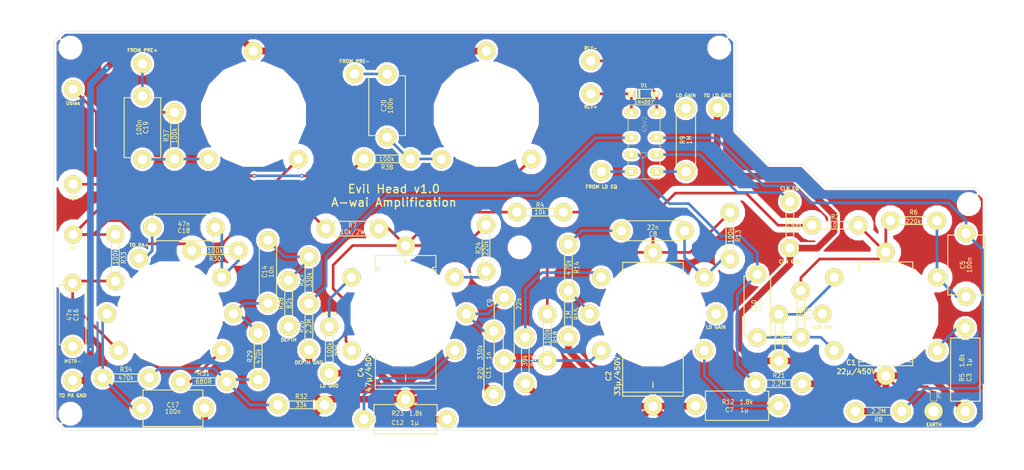
<source format=kicad_pcb>
(kicad_pcb (version 4) (host pcbnew 4.0.4+dfsg1-stable)
  (layers (0 F.Cu signal) (31 B.Cu signal) (34 B.Paste user) (35 F.Paste user) (36 B.SilkS user) (37 F.SilkS user) (38 B.Mask user) (39 F.Mask user) (44 Edge.Cuts user))
  (net 0 "")
  (net 1 F+)
  (net 2 GND)
  (net 3 E+)
  (net 4 D+)
  (net 5 /HT_U1A)
  (net 6 "Net-(C5-Pad2)")
  (net 7 /HT_U2A)
  (net 8 "Net-(C8-Pad2)")
  (net 9 /HT_U2B)
  (net 10 "Net-(C11-Pad1)")
  (net 11 /HT_U1B)
  (net 12 "Net-(C10-Pad2)")
  (net 13 "Net-(C14-Pad1)")
  (net 14 "Net-(C14-Pad2)")
  (net 15 /HT_U4B)
  (net 16 "Net-(C16-Pad2)")
  (net 17 "Net-(C17-Pad1)")
  (net 18 /HT_U4A)
  (net 19 "Net-(C18-Pad2)")
  (net 20 "Net-(C19-Pad1)")
  (net 21 "Net-(C19-Pad2)")
  (net 22 "Net-(C20-Pad1)")
  (net 23 "Net-(C20-Pad2)")
  (net 24 "Net-(D1-Pad1)")
  (net 25 "Net-(D1-Pad2)")
  (net 26 "Net-(C6-Pad1)")
  (net 27 "Net-(K1-Pad11)")
  (net 28 "Net-(K1-Pad8)")
  (net 29 "Net-(K1-Pad4)")
  (net 30 C+)
  (net 31 "Net-(C6-Pad2)")
  (net 32 "Net-(P7-Pad1)")
  (net 33 /HT_G2)
  (net 34 "Net-(P12-Pad1)")
  (net 35 "Net-(C3-Pad1)")
  (net 36 "Net-(C7-Pad1)")
  (net 37 "Net-(R14-Pad2)")
  (net 38 "Net-(R16-Pad1)")
  (net 39 "Net-(R17-Pad1)")
  (net 40 "Net-(C12-Pad1)")
  (net 41 /HT_U3A)
  (net 42 /HT_U3B)
  (net 43 "Net-(R29-Pad1)")
  (net 44 "Net-(R31-Pad1)")
  (net 45 Earth)
  (module A-wai_Turrets:R_0.5W (layer F.Cu) (at 146.685 188.849 270)
    (fp_text reference R26 (at 0 2.286 270) (layer F.SilkS) (effects (font (size 1.397 1.27) (thickness 0.2032))))
    (fp_text value 2.2M (at -0.127 0 270) (layer F.SilkS) (effects (font (size 1.397 1.27) (thickness 0.2032))))
    (pad 1 thru_hole circle (at -7 0 270) (size 5.5 5.5) (drill 2.8) (layers *.Cu *.Mask F.SilkS) (net 29 "Net-(K1-Pad4)"))
    (pad 2 thru_hole circle (at 7 0 270) (size 5.5 5.5) (drill 2.8) (layers *.Cu *.Mask F.SilkS) (net 2 GND))
  )
  (module Mounting_Holes:MountingHole_3mm (layer F.Cu) (at 210 165)
    (fp_text reference REF hide)
    (fp_text value ø3.2)
    (pad "" np_thru_hole circle (at 0 0) (size 3.2 3.2) (drill 3.2) (layers *.Cu F.SilkS) (clearance 2))
  )
  (module Mounting_Holes:MountingHole_3mm (layer F.Cu) (at 345 152)
    (fp_text reference REF hide)
    (fp_text value ø3.2)
    (pad "" np_thru_hole circle (at 0 0) (size 3.2 3.2) (drill 3.2) (layers *.Cu F.SilkS) (clearance 2))
  )
  (module Mounting_Holes:MountingHole_3mm (layer F.Cu) (at 270 105)
    (fp_text reference REF hide)
    (fp_text value ø3.2)
    (pad "" np_thru_hole circle (at 0 0) (size 3.2 3.2) (drill 3.2) (layers *.Cu F.SilkS) (clearance 2))
  )
  (module Mounting_Holes:MountingHole_3mm (layer F.Cu) (at 75 105)
    (fp_text reference REF hide)
    (fp_text value ø3.2)
    (pad "" np_thru_hole circle (at 0 0) (size 3.2 3.2) (drill 3.2) (layers *.Cu F.SilkS) (clearance 2))
  )
  (module Mounting_Holes:MountingHole_3mm (layer F.Cu) (at 75 215)
    (fp_text reference REF hide)
    (fp_text value ø3.2)
    (pad "" np_thru_hole circle (at 0 0) (size 3.2 3.2) (drill 3.2) (layers *.Cu F.SilkS) (clearance 2))
  )
  (module A-wai_Turrets:C_225P_472_400V (layer F.Cu) (at 259.969 132.74 90)
    (fp_text reference R9 (at 0 -1 90) (layer F.SilkS) (effects (font (size 1.397 1.27) (thickness 0.2032))))
    (fp_text value 1M (at 0 1 90) (layer F.SilkS) (effects (font (size 1.397 1.27) (thickness 0.2032))))
    (pad 1 thru_hole circle (at -9.5 0 90) (size 5.5 5.5) (drill 2.8) (layers *.Cu *.Mask F.SilkS) (net 26 "Net-(C6-Pad1)") (clearance 0.5))
    (pad 2 thru_hole circle (at 9.5 0 90) (size 5.5 5.5) (drill 2.8) (layers *.Cu *.Mask F.SilkS) (net 31 "Net-(C6-Pad2)") (clearance 0.5))
  )
  (module A-wai_Turrets:C_M150_105_100V (layer F.Cu) (at 343.916 201.749 270)
    (fp_text reference R5 (at 2.34 1.016 270) (layer F.SilkS) (effects (font (size 1.397 1.27) (thickness 0.2032))))
    (fp_text value 1.8k (at -2.74 1.016 270) (layer F.SilkS) (effects (font (size 1.397 1.27) (thickness 0.2032))))
    (pad 1 thru_hole circle (at -12.5 0 270) (size 5.5 5.5) (drill 2.8) (layers *.Cu *.Mask F.SilkS) (net 35 "Net-(C3-Pad1)") (clearance 0.5))
    (pad 2 thru_hole circle (at 12.5 0 270) (size 5.5 5.5) (drill 2.8) (layers *.Cu *.Mask F.SilkS) (net 2 GND) (clearance 0.5))
  )
  (module A-wai_Turrets:C_M150_105_100V (layer F.Cu) (at 275.336 212.598 180)
    (fp_text reference R12 (at 2.667 1.143 180) (layer F.SilkS) (effects (font (size 1.397 1.27) (thickness 0.2032))))
    (fp_text value 1.8k (at -2.794 1.143 180) (layer F.SilkS) (effects (font (size 1.397 1.27) (thickness 0.2032))))
    (pad 1 thru_hole circle (at -12.5 0 180) (size 5.5 5.5) (drill 2.8) (layers *.Cu *.Mask F.SilkS) (net 36 "Net-(C7-Pad1)") (clearance 0.5))
    (pad 2 thru_hole circle (at 12.5 0 180) (size 5.5 5.5) (drill 2.8) (layers *.Cu *.Mask F.SilkS) (net 2 GND) (clearance 0.5))
  )
  (module A-wai_Turrets:C_M150_105_100V (layer F.Cu) (at 175.714 216.662)
    (fp_text reference R23 (at -2.359 -1.778) (layer F.SilkS) (effects (font (size 1.397 1.27) (thickness 0.2032))))
    (fp_text value 1.8k (at 3.102 -1.778) (layer F.SilkS) (effects (font (size 1.397 1.27) (thickness 0.2032))))
    (pad 1 thru_hole circle (at -12.5 0) (size 5.5 5.5) (drill 2.8) (layers *.Cu *.Mask F.SilkS) (net 40 "Net-(C12-Pad1)") (clearance 0.5))
    (pad 2 thru_hole circle (at 12.5 0) (size 5.5 5.5) (drill 2.8) (layers *.Cu *.Mask F.SilkS) (net 2 GND) (clearance 0.5))
  )
  (module A-wai_Turrets:C_225P_472_400V (layer F.Cu) (at 202.184 199.644 270)
    (fp_text reference R20 (at 3.175 3.937 270) (layer F.SilkS) (effects (font (size 1.397 1.27) (thickness 0.2032))))
    (fp_text value 330k (at -3.048 4.064 270) (layer F.SilkS) (effects (font (size 1.397 1.27) (thickness 0.2032))))
    (pad 1 thru_hole circle (at -9.5 0 270) (size 5.5 5.5) (drill 2.8) (layers *.Cu *.Mask F.SilkS) (net 10 "Net-(C11-Pad1)") (clearance 0.5))
    (pad 2 thru_hole circle (at 9.5 0 270) (size 5.5 5.5) (drill 2.8) (layers *.Cu *.Mask F.SilkS) (net 2 GND) (clearance 0.5))
  )
  (module A-wai_Turrets:C_225P_223_400V (layer F.Cu) (at 250.063 160.02 180)
    (fp_text reference C8 (at 0 -1 180) (layer F.SilkS) (effects (font (size 1.397 1.27) (thickness 0.2032))))
    (fp_text value 22n (at 0 1 180) (layer F.SilkS) (effects (font (size 1.397 1.27) (thickness 0.2032))))
    (pad 1 thru_hole circle (at -9.5 0 180) (size 5.5 5.5) (drill 2.8) (layers *.Cu *.Mask F.SilkS) (net 7 /HT_U2A))
    (pad 2 thru_hole circle (at 9.5 0 180) (size 5.5 5.5) (drill 2.8) (layers *.Cu *.Mask F.SilkS) (net 8 "Net-(C8-Pad2)"))
  )
  (module A-wai_Turrets:C_225P_473_400V (layer F.Cu) (at 109.093 159.004 180)
    (fp_text reference C18 (at 0 -1 180) (layer F.SilkS) (effects (font (size 1.397 1.27) (thickness 0.2032))))
    (fp_text value 47n (at 0 1 180) (layer F.SilkS) (effects (font (size 1.397 1.27) (thickness 0.2032))))
    (pad 1 thru_hole circle (at -9.5 0 180) (size 5.5 5.5) (drill 2.8) (layers *.Cu *.Mask F.SilkS) (net 18 /HT_U4A))
    (pad 2 thru_hole circle (at 9.5 0 180) (size 5.5 5.5) (drill 2.8) (layers *.Cu *.Mask F.SilkS) (net 19 "Net-(C18-Pad2)") (clearance 0.5))
  )
  (module A-wai_Turrets:C_225P_473_400V (layer F.Cu) (at 281.432 182.626 90)
    (fp_text reference C10 (at 0 -1 90) (layer F.SilkS) (effects (font (size 1.397 1.27) (thickness 0.2032))))
    (fp_text value 47n (at 0 1 90) (layer F.SilkS) (effects (font (size 1.397 1.27) (thickness 0.2032))))
    (pad 1 thru_hole circle (at -9.5 0 90) (size 5.5 5.5) (drill 2.8) (layers *.Cu *.Mask F.SilkS) (net 11 /HT_U1B))
    (pad 2 thru_hole circle (at 9.5 0 90) (size 5.5 5.5) (drill 2.8) (layers *.Cu *.Mask F.SilkS) (net 12 "Net-(C10-Pad2)") (clearance 0.5))
  )
  (module A-wai_Turrets:C_225P_104_400V (layer F.Cu) (at 170.18 122.428 90)
    (fp_text reference C20 (at 0 -1 90) (layer F.SilkS) (effects (font (size 1.397 1.27) (thickness 0.2032))))
    (fp_text value 100n (at 0 1 90) (layer F.SilkS) (effects (font (size 1.397 1.27) (thickness 0.2032))))
    (pad 1 thru_hole circle (at -9.5 0 90) (size 5.5 5.5) (drill 2.8) (layers *.Cu *.Mask F.SilkS) (net 22 "Net-(C20-Pad1)") (clearance 0.5))
    (pad 2 thru_hole circle (at 9.5 0 90) (size 5.5 5.5) (drill 2.8) (layers *.Cu *.Mask F.SilkS) (net 23 "Net-(C20-Pad2)") (clearance 0.5))
  )
  (module A-wai_Turrets:C_225P_104_400V (layer F.Cu) (at 96.647 129.032 270)
    (fp_text reference C19 (at 0 -1 270) (layer F.SilkS) (effects (font (size 1.397 1.27) (thickness 0.2032))))
    (fp_text value 100n (at 0 1 270) (layer F.SilkS) (effects (font (size 1.397 1.27) (thickness 0.2032))))
    (pad 1 thru_hole circle (at -9.5 0 270) (size 5.5 5.5) (drill 2.8) (layers *.Cu *.Mask F.SilkS) (net 20 "Net-(C19-Pad1)") (clearance 0.5))
    (pad 2 thru_hole circle (at 9.5 0 270) (size 5.5 5.5) (drill 2.8) (layers *.Cu *.Mask F.SilkS) (net 21 "Net-(C19-Pad2)") (clearance 0.5))
  )
  (module A-wai_Turrets:C_225P_473_400V (layer F.Cu) (at 75.692 185.293 270)
    (fp_text reference C16 (at 0 -1 270) (layer F.SilkS) (effects (font (size 1.397 1.27) (thickness 0.2032))))
    (fp_text value 47n (at 0 1 270) (layer F.SilkS) (effects (font (size 1.397 1.27) (thickness 0.2032))))
    (pad 1 thru_hole circle (at -9.5 0 270) (size 5.5 5.5) (drill 2.8) (layers *.Cu *.Mask F.SilkS) (net 15 /HT_U4B))
    (pad 2 thru_hole circle (at 9.5 0 270) (size 5.5 5.5) (drill 2.8) (layers *.Cu *.Mask F.SilkS) (net 16 "Net-(C16-Pad2)") (clearance 0.5))
  )
  (module A-wai_Turrets:C_225P_104_400V (layer F.Cu) (at 105.816 213.36)
    (fp_text reference C17 (at 0 -1) (layer F.SilkS) (effects (font (size 1.397 1.27) (thickness 0.2032))))
    (fp_text value 100n (at 0 1) (layer F.SilkS) (effects (font (size 1.397 1.27) (thickness 0.2032))))
    (pad 1 thru_hole circle (at -9.5 0) (size 5.5 5.5) (drill 2.8) (layers *.Cu *.Mask F.SilkS) (net 17 "Net-(C17-Pad1)") (clearance 0.5))
    (pad 2 thru_hole circle (at 9.5 0) (size 5.5 5.5) (drill 2.8) (layers *.Cu *.Mask F.SilkS) (net 2 GND) (clearance 0.5))
  )
  (module A-wai_Turrets:C_225P_103_400V (layer F.Cu) (at 134.366 172.339 270)
    (fp_text reference C14 (at 0 1.016 270) (layer F.SilkS) (effects (font (size 1.397 1.27) (thickness 0.2032))))
    (fp_text value 10n (at 0 -1.016 270) (layer F.SilkS) (effects (font (size 1.397 1.27) (thickness 0.2032))))
    (pad 1 thru_hole circle (at -9.5 0 270) (size 5.5 5.5) (drill 2.8) (layers *.Cu *.Mask F.SilkS) (net 13 "Net-(C14-Pad1)") (clearance 0.5))
    (pad 2 thru_hole circle (at 9.5 0 270) (size 5.5 5.5) (drill 2.8) (layers *.Cu *.Mask F.SilkS) (net 14 "Net-(C14-Pad2)") (clearance 0.5))
  )
  (module A-wai_Turrets:TURRET (layer F.Cu) (at 334.391 214.249)
    (fp_text reference P14)
    (fp_text value EARTH (at 0.127 4.064) (layer F.SilkS) (effects (font (size 1.016 1.016) (thickness 0.254))))
    (pad 1 thru_hole circle (at 0 0) (size 5.5 5.5) (drill 3.2) (layers *.Cu *.Mask F.SilkS) (net 45 Earth) (clearance 0.5))
  )
  (module A-wai_Turrets:C_225P_104_400V (layer F.Cu) (at 344.17 170.307 90)
    (fp_text reference C5 (at 0 -1 90) (layer F.SilkS) (effects (font (size 1.397 1.27) (thickness 0.2032))))
    (fp_text value 100n (at 0 1 90) (layer F.SilkS) (effects (font (size 1.397 1.27) (thickness 0.2032))))
    (pad 1 thru_hole circle (at -9.5 0 90) (size 5.5 5.5) (drill 2.8) (layers *.Cu *.Mask F.SilkS) (net 5 /HT_U1A))
    (pad 2 thru_hole circle (at 9.5 0 90) (size 5.5 5.5) (drill 2.8) (layers *.Cu *.Mask F.SilkS) (net 6 "Net-(C5-Pad2)") (clearance 0.5))
  )
  (module A-wai_Turrets:C_225P_223_400V (layer F.Cu) (at 205.359 189.611 90)
    (fp_text reference C9 (at 7.874 -4.318 90) (layer F.SilkS) (effects (font (size 1.397 1.27) (thickness 0.2032))))
    (fp_text value 22n (at 7.62 4.445 90) (layer F.SilkS) (effects (font (size 1.397 1.27) (thickness 0.2032))))
    (pad 1 thru_hole circle (at -9.5 0 90) (size 5.5 5.5) (drill 2.8) (layers *.Cu *.Mask F.SilkS) (net 9 /HT_U2B) (clearance 0.5))
    (pad 2 thru_hole circle (at 9.5 0 90) (size 5.5 5.5) (drill 2.8) (layers *.Cu *.Mask F.SilkS) (net 10 "Net-(C11-Pad1)") (clearance 0.5))
  )
  (module A-wai_Turrets:R_2W (layer F.Cu) (at 159.766 159.385)
    (fp_text reference R7 (at 0 -1) (layer F.SilkS) (effects (font (size 1.397 1.27) (thickness 0.2032))))
    (fp_text value 10k/2W (at 0 1) (layer F.SilkS) (effects (font (size 1.397 1.27) (thickness 0.2032))))
    (pad 1 thru_hole circle (at -8 0) (size 5.5 5.5) (drill 2.8) (layers *.Cu *.Mask F.SilkS) (net 30 C+))
    (pad 2 thru_hole circle (at 8 0) (size 5.5 5.5) (drill 2.8) (layers *.Cu *.Mask F.SilkS) (net 4 D+))
  )
  (module A-wai_Turrets:TUBE_TRIODE (layer F.Cu) (at 105 185)
    (fp_text reference U4)
    (fp_text value ECC83)
    (pad 2 thru_hole circle (at -19 0) (size 5.5 5.5) (drill 2.8) (layers *.Cu *.Mask F.SilkS) (net 17 "Net-(C17-Pad1)") (clearance 0.5))
    (pad 8 thru_hole circle (at 15.5 11) (size 5.5 5.5) (drill 2.8) (layers *.Cu *.Mask F.SilkS) (net 44 "Net-(R31-Pad1)") (clearance 0.5))
    (pad "" np_thru_hole circle (at 0 0) (size 30 30) (drill 30) (layers *.Cu *.Mask F.SilkS))
    (pad 1 thru_hole circle (at -15.5 11) (size 5.5 5.5) (drill 2.8) (layers *.Cu *.Mask F.SilkS) (net 15 /HT_U4B))
    (pad 6 thru_hole circle (at 15.5 -11) (size 5.5 5.5) (drill 2.8) (layers *.Cu *.Mask F.SilkS) (net 18 /HT_U4A))
    (pad 7 thru_hole circle (at 19 0) (size 5.5 5.5) (drill 2.8) (layers *.Cu *.Mask F.SilkS) (net 14 "Net-(C14-Pad2)"))
  )
  (module A-wai_Turrets:R_0.5W (layer F.Cu) (at 170.18 138.43 180)
    (fp_text reference R38 (at 0 -2.5 180) (layer F.SilkS) (effects (font (size 1.397 1.27) (thickness 0.2032))))
    (fp_text value 100k (at 0.127 0 180) (layer F.SilkS) (effects (font (size 1.397 1.27) (thickness 0.2032))))
    (pad 1 thru_hole circle (at -7 0 180) (size 5.5 5.5) (drill 2.8) (layers *.Cu *.Mask F.SilkS) (net 22 "Net-(C20-Pad1)"))
    (pad 2 thru_hole circle (at 7 0 180) (size 5.5 5.5) (drill 2.8) (layers *.Cu *.Mask F.SilkS) (net 34 "Net-(P12-Pad1)"))
  )
  (module A-wai_Turrets:TUBE_TRIODE (layer F.Cu) (at 175 185)
    (fp_text reference U3)
    (fp_text value ECC83)
    (pad 3 thru_hole circle (at -15.5 -11) (size 5.5 5.5) (drill 2.8) (layers *.Cu *.Mask F.SilkS) (net 42 /HT_U3B))
    (pad 8 thru_hole circle (at 15.5 11) (size 5.5 5.5) (drill 2.8) (layers *.Cu *.Mask F.SilkS) (net 40 "Net-(C12-Pad1)") (clearance 0.5))
    (pad "" np_thru_hole circle (at 0 0) (size 30 30) (drill 30) (layers *.Cu *.Mask F.SilkS))
    (pad 1 thru_hole circle (at -15.5 11) (size 5.5 5.5) (drill 2.8) (layers *.Cu *.Mask F.SilkS) (net 4 D+))
    (pad 6 thru_hole circle (at 15.5 -11) (size 5.5 5.5) (drill 2.8) (layers *.Cu *.Mask F.SilkS) (net 41 /HT_U3A))
    (pad 7 thru_hole circle (at 19 0) (size 5.5 5.5) (drill 2.8) (layers *.Cu *.Mask F.SilkS) (net 10 "Net-(C11-Pad1)"))
  )
  (module A-wai_Turrets:TUBE_TRIODE (layer F.Cu) (at 320 185)
    (fp_text reference U1)
    (fp_text value ECC83)
    (pad 3 thru_hole circle (at -15.5 -11) (size 5.5 5.5) (drill 2.8) (layers *.Cu *.Mask F.SilkS) (net 39 "Net-(R17-Pad1)") (clearance 0.5))
    (pad 2 thru_hole circle (at -19 0) (size 5.5 5.5) (drill 2.8) (layers *.Cu *.Mask F.SilkS) (clearance 0.5))
    (pad 8 thru_hole circle (at 15.5 11) (size 5.5 5.5) (drill 2.8) (layers *.Cu *.Mask F.SilkS) (net 35 "Net-(C3-Pad1)") (clearance 0.5))
    (pad "" np_thru_hole circle (at 0 0) (size 30 30) (drill 30) (layers *.Cu *.Mask F.SilkS))
    (pad 1 thru_hole circle (at -15.5 11) (size 5.5 5.5) (drill 2.8) (layers *.Cu *.Mask F.SilkS) (net 11 /HT_U1B))
    (pad 6 thru_hole circle (at 15.5 -11) (size 5.5 5.5) (drill 2.8) (layers *.Cu *.Mask F.SilkS) (net 5 /HT_U1A))
  )
  (module A-wai_Turrets:CPA_22uF_450V (layer F.Cu) (at 320.04 184.381 90)
    (fp_text reference C1 (at -15.263 -10.414 180) (layer F.SilkS) (effects (font (thickness 0.3048))))
    (fp_text value 22µ/450V (at -17.93 -8.89 180) (layer F.SilkS) (effects (font (thickness 0.3048))))
    (pad 1 thru_hole circle (at 18 0 90) (size 5.5 5.5) (drill 2.8) (layers *.Cu *.Mask F.SilkS) (net 1 F+))
    (pad 2 thru_hole circle (at -19.2 0 90) (size 5.5 5.5) (drill 2.8) (layers *.Cu *.Mask F.SilkS) (net 2 GND) (clearance 0.5))
  )
  (module A-wai_Turrets:CPA_33uF_500V (layer F.Cu) (at 250.063 189.025 90)
    (fp_text reference C2 (at -14.683 -13.335 90) (layer F.SilkS) (effects (font (thickness 0.3048))))
    (fp_text value 33µ/450V (at -14.683 -10.668 90) (layer F.SilkS) (effects (font (thickness 0.3048))))
    (pad 1 thru_hole circle (at 22.5 0 90) (size 5.5 5.5) (drill 2.8) (layers *.Cu *.Mask F.SilkS) (net 3 E+))
    (pad 2 thru_hole circle (at -23.7 0 90) (size 5.5 5.5) (drill 2.8) (layers *.Cu *.Mask F.SilkS) (net 2 GND) (clearance 0.5))
  )
  (module A-wai_Turrets:CPA_47uF_450V (layer F.Cu) (at 175.7426 186.965 90)
    (fp_text reference C4 (at -15.6 -13.4366 90) (layer F.SilkS) (effects (font (thickness 0.3048))))
    (fp_text value 47µ/450V (at -15.6 -11.1506 270) (layer F.SilkS) (effects (font (thickness 0.3048))))
    (pad 1 thru_hole circle (at 22.5 0 90) (size 5.5 5.5) (drill 2.8) (layers *.Cu *.Mask F.SilkS) (net 4 D+))
    (pad 2 thru_hole circle (at -23.7 0 90) (size 5.5 5.5) (drill 2.8) (layers *.Cu *.Mask F.SilkS) (net 2 GND) (clearance 0.5))
  )
  (module A-wai_Passive:DIODE (layer F.Cu) (at 247.396 118.872 180)
    (fp_text reference D1 (at 0 2.54 180) (layer F.SilkS) (effects (font (size 1.016 1.016) (thickness 0.2032))))
    (fp_text value 1N4007 (at 0 -2.54 180) (layer F.SilkS) (effects (font (size 1.016 1.016) (thickness 0.2032))))
    (pad 1 thru_hole rect (at 3.81 0 180) (size 2 2) (drill 0.8) (layers *.Cu *.Mask F.SilkS) (net 24 "Net-(D1-Pad1)") (clearance 0.5))
    (pad 2 thru_hole circle (at -3.81 0 180) (size 2 2) (drill 0.8) (layers *.Cu *.Mask F.SilkS) (net 25 "Net-(D1-Pad2)") (clearance 0.5))
  )
  (module A-wai_Misc:relay-G5V2 (layer F.Cu) (at 247.396 132.08 90)
    (fp_text reference K1 (at -5.08 0 90) (layer F.SilkS) (effects (font (size 1.27 1.27) (thickness 0.0889))))
    (fp_text value G5V2 (at 4.064 0.127 90) (layer F.SilkS) (effects (font (size 1.27 1.27) (thickness 0.0889))))
    (pad 9 thru_hole oval (at -10.16 3.81 90) (size 2.5 4) (drill 1.2) (layers *.Cu *.Mask F.SilkS) (net 26 "Net-(C6-Pad1)"))
    (pad 11 thru_hole oval (at -5.08 3.81 90) (size 2.5 4) (drill 1.2) (layers *.Cu *.Mask F.SilkS) (net 27 "Net-(K1-Pad11)"))
    (pad 16 thru_hole oval (at 7.62 3.81 90) (size 2.5 4) (drill 1.2) (layers *.Cu *.Mask F.SilkS) (net 25 "Net-(D1-Pad2)"))
    (pad 1 thru_hole oval (at 7.62 -3.81 90) (size 2.5 4) (drill 1.2) (layers *.Cu *.Mask F.SilkS) (net 24 "Net-(D1-Pad1)"))
    (pad 6 thru_hole oval (at -5.08 -3.81 90) (size 2.5 4) (drill 1.2) (layers *.Cu *.Mask F.SilkS) (net 12 "Net-(C10-Pad2)"))
    (pad 8 thru_hole oval (at -10.16 -3.81 90) (size 2.5 4) (drill 1.2) (layers *.Cu *.Mask F.SilkS) (net 28 "Net-(K1-Pad8)"))
    (pad 4 thru_hole oval (at 0 -3.81 90) (size 2.5 4) (drill 1.2) (layers *.Cu *.Mask F.SilkS) (net 29 "Net-(K1-Pad4)"))
    (pad 13 thru_hole oval (at 0 3.81 90) (size 2.5 4) (drill 1.2) (layers *.Cu *.Mask F.SilkS) (net 6 "Net-(C5-Pad2)"))
  )
  (module A-wai_Turrets:TURRET (layer F.Cu) (at 231.394 118.872)
    (fp_text reference P1)
    (fp_text value RLY+ (at 0 3.937) (layer F.SilkS) (effects (font (size 1.016 1.016) (thickness 0.254))))
    (pad 1 thru_hole circle (at 0 0) (size 5.5 5.5) (drill 2.8) (layers *.Cu *.Mask F.SilkS) (net 24 "Net-(D1-Pad1)") (clearance 0.5))
  )
  (module A-wai_Turrets:TURRET (layer F.Cu) (at 231.394 108.966)
    (fp_text reference P2)
    (fp_text value RLY- (at 0 -3.81) (layer F.SilkS) (effects (font (size 1.016 1.016) (thickness 0.254))))
    (pad 1 thru_hole circle (at 0 0) (size 5.5 5.5) (drill 2.8) (layers *.Cu *.Mask F.SilkS) (net 25 "Net-(D1-Pad2)") (clearance 0.5))
  )
  (module A-wai_Turrets:TURRET (layer F.Cu) (at 75.819 161.163)
    (fp_text reference P3)
    (fp_text value HT (at 0 4.064) (layer F.SilkS) (effects (font (size 1.016 1.016) (thickness 0.254))))
    (pad 1 thru_hole circle (at 0 0) (size 5.5 5.5) (drill 2.8) (layers *.Cu *.Mask F.SilkS) (net 30 C+))
  )
  (module A-wai_Turrets:TURRET (layer F.Cu) (at 234.569 142.24)
    (fp_text reference P6)
    (fp_text value "FROM LD EQ" (at 0 4.572) (layer F.SilkS) (effects (font (size 1.016 1.016) (thickness 0.254))))
    (pad 1 thru_hole circle (at 0 0) (size 5.5 5.5) (drill 2.8) (layers *.Cu *.Mask F.SilkS) (net 28 "Net-(K1-Pad8)") (clearance 0.5))
  )
  (module A-wai_Turrets:TURRET (layer F.Cu) (at 95.631 168.275)
    (fp_text reference P9)
    (fp_text value "TO PA+" (at 0 -3.937) (layer F.SilkS) (effects (font (size 1.016 1.016) (thickness 0.254))))
    (pad 1 thru_hole circle (at 0 0) (size 5.5 5.5) (drill 2.8) (layers *.Cu *.Mask F.SilkS) (net 19 "Net-(C18-Pad2)") (clearance 0.5))
  )
  (module A-wai_Turrets:TURRET (layer F.Cu) (at 96.647 109.855)
    (fp_text reference P10)
    (fp_text value "FROM PRE+" (at 0 -4.064) (layer F.SilkS) (effects (font (size 1.016 1.016) (thickness 0.254))))
    (pad 1 thru_hole circle (at 0 0) (size 5.5 5.5) (drill 2.8) (layers *.Cu *.Mask F.SilkS) (net 20 "Net-(C19-Pad1)") (clearance 0.5))
  )
  (module A-wai_Turrets:TURRET (layer F.Cu) (at 75.819 146.05)
    (fp_text reference P11)
    (fp_text value Ug2 (at 0 3.937) (layer F.SilkS) (effects (font (size 1.016 1.016) (thickness 0.254))))
    (pad 1 thru_hole circle (at 0 0) (size 5.5 5.5) (drill 2.8) (layers *.Cu *.Mask F.SilkS) (net 33 /HT_G2))
  )
  (module A-wai_Turrets:TURRET (layer F.Cu) (at 75.819 117.475)
    (fp_text reference P12)
    (fp_text value Ubias (at 0 4.191) (layer F.SilkS) (effects (font (size 1.016 1.016) (thickness 0.254))))
    (pad 1 thru_hole circle (at 0 0) (size 5.5 5.5) (drill 2.8) (layers *.Cu *.Mask F.SilkS) (net 34 "Net-(P12-Pad1)") (clearance 0.5))
  )
  (module A-wai_Turrets:TURRET (layer F.Cu) (at 160.401 112.903)
    (fp_text reference P13)
    (fp_text value "FROM PRE-" (at 0 -3.81) (layer F.SilkS) (effects (font (size 1.016 1.016) (thickness 0.254))))
    (pad 1 thru_hole circle (at 0 0) (size 5.5 5.5) (drill 2.8) (layers *.Cu *.Mask F.SilkS) (net 23 "Net-(C20-Pad2)") (clearance 0.5))
  )
  (module A-wai_Turrets:R_0.5W (layer F.Cu) (at 304.8 158.369)
    (fp_text reference R2 (at 0 -2.5) (layer F.SilkS) (effects (font (size 1.397 1.27) (thickness 0.2032))))
    (fp_text value 10k (at -0.127 0) (layer F.SilkS) (effects (font (size 1.397 1.27) (thickness 0.2032))))
    (pad 1 thru_hole circle (at -7 0) (size 5.5 5.5) (drill 2.8) (layers *.Cu *.Mask F.SilkS) (net 3 E+))
    (pad 2 thru_hole circle (at 7 0) (size 5.5 5.5) (drill 2.8) (layers *.Cu *.Mask F.SilkS) (net 1 F+))
  )
  (module A-wai_Turrets:R_0.5W (layer F.Cu) (at 216.154 154.432)
    (fp_text reference R4 (at 0 -2.159) (layer F.SilkS) (effects (font (size 1.397 1.27) (thickness 0.2032))))
    (fp_text value 10k (at 0 0) (layer F.SilkS) (effects (font (size 1.397 1.27) (thickness 0.2032))))
    (pad 1 thru_hole circle (at -7 0) (size 5.5 5.5) (drill 2.8) (layers *.Cu *.Mask F.SilkS) (net 4 D+))
    (pad 2 thru_hole circle (at 7 0) (size 5.5 5.5) (drill 2.8) (layers *.Cu *.Mask F.SilkS) (net 3 E+))
  )
  (module A-wai_Turrets:R_0.5W (layer F.Cu) (at 328.407 156.972)
    (fp_text reference R6 (at 0 -2.5) (layer F.SilkS) (effects (font (size 1.397 1.27) (thickness 0.2032))))
    (fp_text value 220k (at -0.112 0.254) (layer F.SilkS) (effects (font (size 1.397 1.27) (thickness 0.2032))))
    (pad 1 thru_hole circle (at -7 0) (size 5.5 5.5) (drill 2.8) (layers *.Cu *.Mask F.SilkS) (net 1 F+))
    (pad 2 thru_hole circle (at 7 0) (size 5.5 5.5) (drill 2.8) (layers *.Cu *.Mask F.SilkS) (net 5 /HT_U1A))
  )
  (module A-wai_Turrets:R_0.5W (layer F.Cu) (at 317.866 214.249 180)
    (fp_text reference R8 (at 0 -2.5 180) (layer F.SilkS) (effects (font (size 1.397 1.27) (thickness 0.2032))))
    (fp_text value 2.2M (at 0 0 180) (layer F.SilkS) (effects (font (size 1.397 1.27) (thickness 0.2032))))
    (pad 1 thru_hole circle (at -7 0 180) (size 5.5 5.5) (drill 2.8) (layers *.Cu *.Mask F.SilkS) (net 6 "Net-(C5-Pad2)"))
    (pad 2 thru_hole circle (at 7 0 180) (size 5.5 5.5) (drill 2.8) (layers *.Cu *.Mask F.SilkS) (net 2 GND))
  )
  (module A-wai_Turrets:R_0.5W (layer F.Cu) (at 291.211 158.242 270)
    (fp_text reference R11 (at 0 -2.5 270) (layer F.SilkS) (effects (font (size 1.397 1.27) (thickness 0.2032))))
    (fp_text value 2.2M (at -0.127 -0.127 270) (layer F.SilkS) (effects (font (size 1.397 1.27) (thickness 0.2032))))
    (pad 1 thru_hole circle (at -7 0 270) (size 5.5 5.5) (drill 2.8) (layers *.Cu *.Mask F.SilkS) (net 27 "Net-(K1-Pad11)"))
    (pad 2 thru_hole circle (at 7 0 270) (size 5.5 5.5) (drill 2.8) (layers *.Cu *.Mask F.SilkS) (net 2 GND))
  )
  (module A-wai_Turrets:R_0.5W (layer F.Cu) (at 273.177 161.544 270)
    (fp_text reference R13 (at 0 -2.5 270) (layer F.SilkS) (effects (font (size 1.397 1.27) (thickness 0.2032))))
    (fp_text value 100k (at -0.127 -0.254 270) (layer F.SilkS) (effects (font (size 1.397 1.27) (thickness 0.2032))))
    (pad 1 thru_hole circle (at -7 0 270) (size 5.5 5.5) (drill 2.8) (layers *.Cu *.Mask F.SilkS) (net 3 E+))
    (pad 2 thru_hole circle (at 7 0 270) (size 5.5 5.5) (drill 2.8) (layers *.Cu *.Mask F.SilkS) (net 7 /HT_U2A))
  )
  (module A-wai_Turrets:R_0.5W (layer F.Cu) (at 224.663 171.054 270)
    (fp_text reference R14 (at 0 -2.5 270) (layer F.SilkS) (effects (font (size 1.397 1.27) (thickness 0.2032))))
    (fp_text value 470k (at 0 0 270) (layer F.SilkS) (effects (font (size 1.397 1.27) (thickness 0.2032))))
    (pad 1 thru_hole circle (at -7 0 270) (size 5.5 5.5) (drill 2.8) (layers *.Cu *.Mask F.SilkS) (net 8 "Net-(C8-Pad2)"))
    (pad 2 thru_hole circle (at 7 0 270) (size 5.5 5.5) (drill 2.8) (layers *.Cu *.Mask F.SilkS) (net 37 "Net-(R14-Pad2)"))
  )
  (module A-wai_Turrets:R_0.5W (layer F.Cu) (at 224.663 185.039 270)
    (fp_text reference R15 (at 0 -2.5 270) (layer F.SilkS) (effects (font (size 1.397 1.27) (thickness 0.2032))))
    (fp_text value 1M (at 0.254 0 270) (layer F.SilkS) (effects (font (size 1.397 1.27) (thickness 0.2032))))
    (pad 1 thru_hole circle (at -7 0 270) (size 5.5 5.5) (drill 2.8) (layers *.Cu *.Mask F.SilkS) (net 37 "Net-(R14-Pad2)"))
    (pad 2 thru_hole circle (at 7 0 270) (size 5.5 5.5) (drill 2.8) (layers *.Cu *.Mask F.SilkS) (net 2 GND))
  )
  (module A-wai_Turrets:R_0.5W (layer F.Cu) (at 211.709 199.009 270)
    (fp_text reference R16 (at 0 -2.5 270) (layer F.SilkS) (effects (font (size 1.397 1.27) (thickness 0.2032))))
    (fp_text value 39k (at 0 0.127 270) (layer F.SilkS) (effects (font (size 1.397 1.27) (thickness 0.2032))))
    (pad 1 thru_hole circle (at -7 0 270) (size 5.5 5.5) (drill 2.8) (layers *.Cu *.Mask F.SilkS) (net 38 "Net-(R16-Pad1)"))
    (pad 2 thru_hole circle (at 7 0 270) (size 5.5 5.5) (drill 2.8) (layers *.Cu *.Mask F.SilkS) (net 2 GND))
  )
  (module A-wai_Turrets:R_0.5W (layer F.Cu) (at 287.909 192.136 270)
    (fp_text reference R17 (at 0 -2.5 270) (layer F.SilkS) (effects (font (size 1.397 1.27) (thickness 0.2032))))
    (fp_text value 3.3k (at -0.112 0 270) (layer F.SilkS) (effects (font (size 1.397 1.27) (thickness 0.2032))))
    (pad 1 thru_hole circle (at -7 0 270) (size 5.5 5.5) (drill 2.8) (layers *.Cu *.Mask F.SilkS) (net 39 "Net-(R17-Pad1)"))
    (pad 2 thru_hole circle (at 7 0 270) (size 5.5 5.5) (drill 2.8) (layers *.Cu *.Mask F.SilkS) (net 2 GND))
  )
  (module A-wai_Turrets:R_0.5W (layer F.Cu) (at 218.313 192.024 270)
    (fp_text reference R18 (at 0 -2.5 270) (layer F.SilkS) (effects (font (size 1.397 1.27) (thickness 0.2032))))
    (fp_text value 100k (at -0.254 0 270) (layer F.SilkS) (effects (font (size 1.397 1.27) (thickness 0.2032))))
    (pad 1 thru_hole circle (at -7 0 270) (size 5.5 5.5) (drill 2.8) (layers *.Cu *.Mask F.SilkS) (net 3 E+))
    (pad 2 thru_hole circle (at 7 0 270) (size 5.5 5.5) (drill 2.8) (layers *.Cu *.Mask F.SilkS) (net 9 /HT_U2B))
  )
  (module A-wai_Turrets:R_0.5W (layer F.Cu) (at 294.513 185.024 270)
    (fp_text reference R19 (at 0 -2.5 270) (layer F.SilkS) (effects (font (size 1.397 1.27) (thickness 0.2032))))
    (fp_text value 100k (at 0 0 270) (layer F.SilkS) (effects (font (size 1.397 1.27) (thickness 0.2032))))
    (pad 1 thru_hole circle (at -7 0 270) (size 5.5 5.5) (drill 2.8) (layers *.Cu *.Mask F.SilkS) (net 1 F+))
    (pad 2 thru_hole circle (at 7 0 270) (size 5.5 5.5) (drill 2.8) (layers *.Cu *.Mask F.SilkS) (net 11 /HT_U1B))
  )
  (module A-wai_Turrets:R_0.5W (layer F.Cu) (at 287.909 205.994)
    (fp_text reference R21 (at 0 -2.5) (layer F.SilkS) (effects (font (size 1.397 1.27) (thickness 0.2032))))
    (fp_text value 2.2M (at 0 0) (layer F.SilkS) (effects (font (size 1.397 1.27) (thickness 0.2032))))
    (pad 1 thru_hole circle (at -7 0) (size 5.5 5.5) (drill 2.8) (layers *.Cu *.Mask F.SilkS) (net 12 "Net-(C10-Pad2)"))
    (pad 2 thru_hole circle (at 7 0) (size 5.5 5.5) (drill 2.8) (layers *.Cu *.Mask F.SilkS) (net 2 GND))
  )
  (module A-wai_Turrets:R_0.5W (layer F.Cu) (at 199.898 165.212 270)
    (fp_text reference R24 (at 0.015 2.286 270) (layer F.SilkS) (effects (font (size 1.397 1.27) (thickness 0.2032))))
    (fp_text value 220k (at 0.015 0 270) (layer F.SilkS) (effects (font (size 1.397 1.27) (thickness 0.2032))))
    (pad 1 thru_hole circle (at -7 0 270) (size 5.5 5.5) (drill 2.8) (layers *.Cu *.Mask F.SilkS) (net 4 D+))
    (pad 2 thru_hole circle (at 7 0 270) (size 5.5 5.5) (drill 2.8) (layers *.Cu *.Mask F.SilkS) (net 41 /HT_U3A))
  )
  (module A-wai_Turrets:R_0.5W (layer F.Cu) (at 152.781 195.834 270)
    (fp_text reference R25 (at 0 -2.5 270) (layer F.SilkS) (effects (font (size 1.397 1.27) (thickness 0.2032))))
    (fp_text value 100k (at 0 -0.127 270) (layer F.SilkS) (effects (font (size 1.397 1.27) (thickness 0.2032))))
    (pad 1 thru_hole circle (at -7 0 270) (size 5.5 5.5) (drill 2.8) (layers *.Cu *.Mask F.SilkS) (net 42 /HT_U3B))
    (pad 2 thru_hole circle (at 7 0 270) (size 5.5 5.5) (drill 2.8) (layers *.Cu *.Mask F.SilkS) (net 2 GND))
  )
  (module A-wai_Turrets:R_0.5W (layer F.Cu) (at 146.685 174.849 270)
    (fp_text reference R27 (at 0.03 2.286 270) (layer F.SilkS) (effects (font (size 1.397 1.27) (thickness 0.2032))))
    (fp_text value 330k (at -0.097 -0.127 270) (layer F.SilkS) (effects (font (size 1.397 1.27) (thickness 0.2032))))
    (pad 1 thru_hole circle (at -7 0 270) (size 5.5 5.5) (drill 2.8) (layers *.Cu *.Mask F.SilkS) (net 13 "Net-(C14-Pad1)"))
    (pad 2 thru_hole circle (at 7 0 270) (size 5.5 5.5) (drill 2.8) (layers *.Cu *.Mask F.SilkS) (net 29 "Net-(K1-Pad4)"))
  )
  (module A-wai_Turrets:R_0.5W (layer F.Cu) (at 140.589 181.864 270)
    (fp_text reference R28 (at 0 2.286 270) (layer F.SilkS) (effects (font (size 1.397 1.27) (thickness 0.2032))))
    (fp_text value 82k (at -0.127 -0.127 270) (layer F.SilkS) (effects (font (size 1.397 1.27) (thickness 0.2032))))
    (pad 1 thru_hole circle (at -7 0 270) (size 5.5 5.5) (drill 2.8) (layers *.Cu *.Mask F.SilkS) (net 13 "Net-(C14-Pad1)"))
    (pad 2 thru_hole circle (at 7 0 270) (size 5.5 5.5) (drill 2.8) (layers *.Cu *.Mask F.SilkS) (net 32 "Net-(P7-Pad1)"))
  )
  (module A-wai_Turrets:R_0.5W (layer F.Cu) (at 131.445 197.739 90)
    (fp_text reference R29 (at 0 -2.5 90) (layer F.SilkS) (effects (font (size 1.397 1.27) (thickness 0.2032))))
    (fp_text value 470k (at 0 0 90) (layer F.SilkS) (effects (font (size 1.397 1.27) (thickness 0.2032))))
    (pad 1 thru_hole circle (at -7 0 90) (size 5.5 5.5) (drill 2.8) (layers *.Cu *.Mask F.SilkS) (net 43 "Net-(R29-Pad1)"))
    (pad 2 thru_hole circle (at 7 0 90) (size 5.5 5.5) (drill 2.8) (layers *.Cu *.Mask F.SilkS) (net 14 "Net-(C14-Pad2)"))
  )
  (module A-wai_Turrets:R_0.5W (layer F.Cu) (at 118.491 165.989)
    (fp_text reference R30 (at 0 2.413) (layer F.SilkS) (effects (font (size 1.397 1.27) (thickness 0.2032))))
    (fp_text value 100k (at 0 0) (layer F.SilkS) (effects (font (size 1.397 1.27) (thickness 0.2032))))
    (pad 1 thru_hole circle (at -7 0) (size 5.5 5.5) (drill 2.8) (layers *.Cu *.Mask F.SilkS) (net 30 C+))
    (pad 2 thru_hole circle (at 7 0) (size 5.5 5.5) (drill 2.8) (layers *.Cu *.Mask F.SilkS) (net 18 /HT_U4A))
  )
  (module A-wai_Turrets:R_0.5W (layer F.Cu) (at 115.062 205.359)
    (fp_text reference R31 (at 0 -2.5) (layer F.SilkS) (effects (font (size 1.397 1.27) (thickness 0.2032))))
    (fp_text value 680R (at 0 0) (layer F.SilkS) (effects (font (size 1.397 1.27) (thickness 0.2032))))
    (pad 1 thru_hole circle (at -7 0) (size 5.5 5.5) (drill 2.8) (layers *.Cu *.Mask F.SilkS) (net 44 "Net-(R31-Pad1)"))
    (pad 2 thru_hole circle (at 7 0) (size 5.5 5.5) (drill 2.8) (layers *.Cu *.Mask F.SilkS) (net 43 "Net-(R29-Pad1)"))
  )
  (module A-wai_Turrets:R_0.5W (layer F.Cu) (at 144.399 212.344)
    (fp_text reference R32 (at 0 -2.5) (layer F.SilkS) (effects (font (size 1.397 1.27) (thickness 0.2032))))
    (fp_text value 33k (at 0 0) (layer F.SilkS) (effects (font (size 1.397 1.27) (thickness 0.2032))))
    (pad 1 thru_hole circle (at -7 0) (size 5.5 5.5) (drill 2.8) (layers *.Cu *.Mask F.SilkS) (net 43 "Net-(R29-Pad1)"))
    (pad 2 thru_hole circle (at 7 0) (size 5.5 5.5) (drill 2.8) (layers *.Cu *.Mask F.SilkS) (net 2 GND))
  )
  (module A-wai_Turrets:R_0.5W (layer F.Cu) (at 88.519 168.133 270)
    (fp_text reference R33 (at 0 -2.5 270) (layer F.SilkS) (effects (font (size 1.397 1.27) (thickness 0.2032))))
    (fp_text value 100k (at -0.239 0 270) (layer F.SilkS) (effects (font (size 1.397 1.27) (thickness 0.2032))))
    (pad 1 thru_hole circle (at -7 0 270) (size 5.5 5.5) (drill 2.8) (layers *.Cu *.Mask F.SilkS) (net 30 C+))
    (pad 2 thru_hole circle (at 7 0 270) (size 5.5 5.5) (drill 2.8) (layers *.Cu *.Mask F.SilkS) (net 15 /HT_U4B))
  )
  (module A-wai_Turrets:R_0.5W (layer F.Cu) (at 91.694 204.216)
    (fp_text reference R34 (at 0 -2.5) (layer F.SilkS) (effects (font (size 1.397 1.27) (thickness 0.2032))))
    (fp_text value 470k (at 0 0) (layer F.SilkS) (effects (font (size 1.397 1.27) (thickness 0.2032))))
    (pad 1 thru_hole circle (at -7 0) (size 5.5 5.5) (drill 2.8) (layers *.Cu *.Mask F.SilkS) (net 17 "Net-(C17-Pad1)"))
    (pad 2 thru_hole circle (at 7 0) (size 5.5 5.5) (drill 2.8) (layers *.Cu *.Mask F.SilkS) (net 43 "Net-(R29-Pad1)"))
  )
  (module A-wai_Turrets:R_0.5W (layer F.Cu) (at 106.299 131.445 90)
    (fp_text reference R37 (at 0 -2.5 90) (layer F.SilkS) (effects (font (size 1.397 1.27) (thickness 0.2032))))
    (fp_text value 100k (at 0 0 90) (layer F.SilkS) (effects (font (size 1.397 1.27) (thickness 0.2032))))
    (pad 1 thru_hole circle (at -7 0 90) (size 5.5 5.5) (drill 2.8) (layers *.Cu *.Mask F.SilkS) (net 21 "Net-(C19-Pad2)"))
    (pad 2 thru_hole circle (at 7 0 90) (size 5.5 5.5) (drill 2.8) (layers *.Cu *.Mask F.SilkS) (net 34 "Net-(P12-Pad1)"))
  )
  (module A-wai_Turrets:TUBE_TRIODE (layer F.Cu) (at 250 185)
    (fp_text reference U2)
    (fp_text value ECC83)
    (pad 3 thru_hole circle (at -15.5 -11) (size 5.5 5.5) (drill 2.8) (layers *.Cu *.Mask F.SilkS) (net 38 "Net-(R16-Pad1)") (clearance 0.5))
    (pad 2 thru_hole circle (at -19 0) (size 5.5 5.5) (drill 2.8) (layers *.Cu *.Mask F.SilkS) (net 37 "Net-(R14-Pad2)") (clearance 0.5))
    (pad 8 thru_hole circle (at 15.5 11) (size 5.5 5.5) (drill 2.8) (layers *.Cu *.Mask F.SilkS) (net 36 "Net-(C7-Pad1)") (clearance 0.5))
    (pad "" np_thru_hole circle (at 0 0) (size 30 30) (drill 30) (layers *.Cu *.Mask F.SilkS))
    (pad 1 thru_hole circle (at -15.5 11) (size 5.5 5.5) (drill 2.8) (layers *.Cu *.Mask F.SilkS) (net 9 /HT_U2B))
    (pad 6 thru_hole circle (at 15.5 -11) (size 5.5 5.5) (drill 2.8) (layers *.Cu *.Mask F.SilkS) (net 7 /HT_U2A))
    (pad 7 thru_hole circle (at 19 0) (size 5.5 5.5) (drill 2.8) (layers *.Cu *.Mask F.SilkS))
  )
  (module A-wai_Turrets:TUBE_PENTODE (layer F.Cu) (at 130 125)
    (fp_text reference U5)
    (fp_text value 6V6)
    (pad 3 thru_hole circle (at 0 -19) (size 5.5 5.5) (drill 2.8) (layers *.Cu *.Mask F.SilkS) (net 2 GND) (clearance 0.5))
    (pad 2 thru_hole circle (at -13.5 13.5) (size 5.5 5.5) (drill 2.8) (layers *.Cu *.Mask F.SilkS) (net 21 "Net-(C19-Pad2)") (clearance 0.5))
    (pad 9 thru_hole circle (at 13.5 13.5) (size 5.5 5.5) (drill 2.8) (layers *.Cu *.Mask F.SilkS) (net 33 /HT_G2))
    (pad "" np_thru_hole circle (at 0 0) (size 30 30) (drill 30) (layers *.Cu *.Mask F.SilkS))
  )
  (module A-wai_Turrets:TUBE_PENTODE (layer F.Cu) (at 200 125)
    (fp_text reference U6)
    (fp_text value 6V6)
    (pad 3 thru_hole circle (at 0 -19) (size 5.5 5.5) (drill 2.8) (layers *.Cu *.Mask F.SilkS) (net 2 GND) (clearance 0.5))
    (pad 2 thru_hole circle (at -13.5 13.5) (size 5.5 5.5) (drill 2.8) (layers *.Cu *.Mask F.SilkS) (net 22 "Net-(C20-Pad1)") (clearance 0.5))
    (pad 9 thru_hole circle (at 13.5 13.5) (size 5.5 5.5) (drill 2.8) (layers *.Cu *.Mask F.SilkS) (net 33 /HT_G2))
    (pad "" np_thru_hole circle (at 0 0) (size 30 30) (drill 30) (layers *.Cu *.Mask F.SilkS))
  )
  (module A-wai_Turrets:TURRET (layer F.Cu) (at 269.494 123.19)
    (fp_text reference P15)
    (fp_text value "TO LD GND" (at 0 -3.81) (layer F.SilkS) (effects (font (size 1.016 1.016) (thickness 0.254))))
    (pad 1 thru_hole circle (at 0 0) (size 5.5 5.5) (drill 2.8) (layers *.Cu *.Mask F.SilkS) (net 2 GND) (clearance 0.5))
  )
  (module A-wai_Turrets:TURRET (layer F.Cu) (at 75.692 204.978)
    (fp_text reference P20)
    (fp_text value "TO PA GND" (at 0 4.572) (layer F.SilkS) (effects (font (size 1.016 1.016) (thickness 0.254))))
    (pad 1 thru_hole circle (at 0 0) (size 5.5 5.5) (drill 2.8) (layers *.Cu *.Mask F.SilkS) (net 2 GND) (clearance 0.5))
  )
  (module Freetronics:SJ_OPEN (layer F.Cu) (at 334.391 209.55 270)
    (fp_text reference JP1 (at 0 -1.7 270) (layer F.SilkS) (effects (font (size 0.8 0.8) (thickness 0.12))))
    (fp_text value JUMPER hide)
    (pad 1 smd rect (at -0.762 0 270) (size 1.1684 1.6002) (layers F.Cu F.Mask) (net 2 GND))
    (pad 2 smd rect (at 0.762 0 270) (size 1.1684 1.6002) (layers F.Cu F.Mask) (net 45 Earth))
  )
  (gr_text "Evil Head v1.0\nA-wai Amplification" (at 172.212 149.479) (layer F.SilkS) (effects (font (size 2.5 2.5) (thickness 0.4))))
  (gr_text "LD GND" (at 152.781 206.629) (layer F.SilkS) (effects (font (size 1 1) (thickness 0.25))))
  (gr_text "LD EQ" (at 152.781 185.039) (layer F.SilkS) (effects (font (size 1 1) (thickness 0.25))))
  (gr_text "DEPTH GND" (at 146.685 199.644) (layer F.SilkS) (effects (font (size 1 1) (thickness 0.25))))
  (gr_text DEPTH (at 140.589 192.786) (layer F.SilkS) (effects (font (size 1 1) (thickness 0.25))))
  (gr_text "LD GAIN" (at 268.986 188.976) (layer F.SilkS) (effects (font (size 1 1) (thickness 0.25))))
  (gr_text "CLN VOL" (at 300.99 188.976) (layer F.SilkS) (effects (font (size 1 1) (thickness 0.25))))
  (gr_text "CLN GND" (at 291.211 169.291) (layer F.SilkS) (effects (font (size 1 1) (thickness 0.25))))
  (gr_text "CLN EQ" (at 291.084 147.32) (layer F.SilkS) (effects (font (size 1 1) (thickness 0.25))))
  (gr_text "LD GAIN" (at 259.969 119.38) (layer F.SilkS) (effects (font (size 1 1) (thickness 0.25))))
  (gr_text "C11  1n" (at 200.66 200.406 90) (layer F.SilkS) (effects (font (size 1.3 1.3) (thickness 0.2))))
  (gr_text "C3  1µ" (at 345.059 201.803 90) (layer F.SilkS) (effects (font (size 1.3 1.3) (thickness 0.2))))
  (gr_text "C7  1µ" (at 275.336 213.868) (layer F.SilkS) (effects (font (size 1.3 1.3) (thickness 0.2))))
  (gr_text "C12  1µ" (at 175.641 217.678) (layer F.SilkS) (effects (font (size 1.3 1.3) (thickness 0.2))))
  (gr_text MSTR- (at 75.692 199.263) (layer F.SilkS) (effects (font (size 1 1) (thickness 0.2))))
  (gr_line (start 347 220) (end 350 217) (layer Edge.Cuts) (width 0.1))
  (gr_line (start 70 217) (end 73 220) (layer Edge.Cuts) (width 0.1))
  (gr_line (start 70 103) (end 73 100) (layer Edge.Cuts) (width 0.1))
  (gr_line (start 347 147) (end 350 150) (layer Edge.Cuts) (width 0.1))
  (gr_line (start 272 100) (end 275 103) (layer Edge.Cuts) (width 0.1))
  (gr_line (start 275 130) (end 285 140) (layer Edge.Cuts) (width 0.1))
  (gr_line (start 302 147) (end 347 147) (layer Edge.Cuts) (width 0.1))
  (gr_line (start 295 140) (end 302 147) (layer Edge.Cuts) (width 0.1))
  (gr_line (start 285 140) (end 295 140) (layer Edge.Cuts) (width 0.1))
  (gr_line (start 275 103) (end 275 130) (layer Edge.Cuts) (width 0.1))
  (gr_line (start 70 103) (end 70 217) (layer Edge.Cuts) (width 0.1))
  (gr_line (start 272 100) (end 73 100) (layer Edge.Cuts) (width 0.1))
  (gr_line (start 350 217) (end 350 150) (layer Edge.Cuts) (width 0.1))
  (gr_line (start 73 220) (end 347 220) (layer Edge.Cuts) (width 0.1))
  (segment (start 320.04 166.381) (end 317.914872 168.506128) (width 0.8) (layer F.Cu) (net 1))
  (segment (start 317.914872 168.506128) (end 300.141785 168.506128) (width 0.8) (layer F.Cu) (net 1))
  (segment (start 300.141785 168.506128) (end 294.513 174.134913) (width 0.8) (layer F.Cu) (net 1))
  (segment (start 294.513 174.134913) (end 294.513 178.024) (width 0.8) (layer F.Cu) (net 1))
  (segment (start 311.8 158.369) (end 319.812 166.381) (width 0.8) (layer F.Cu) (net 1))
  (segment (start 319.812 166.381) (end 320.04 166.381) (width 0.8) (layer F.Cu) (net 1))
  (segment (start 320.04 166.381) (end 320.04 158.339) (width 0.8) (layer F.Cu) (net 1))
  (segment (start 320.04 158.339) (end 321.407 156.972) (width 0.8) (layer F.Cu) (net 1))
  (segment (start 323.342 206.883) (end 332.486 206.883) (width 0.8) (layer F.Cu) (net 2))
  (segment (start 332.486 206.883) (end 334.130799 208.527799) (width 0.8) (layer F.Cu) (net 2))
  (segment (start 320.04 203.581) (end 323.342 206.883) (width 0.8) (layer F.Cu) (net 2))
  (segment (start 146.685 195.849) (end 146.685 207.63) (width 2) (layer F.Cu) (net 2))
  (segment (start 146.685 207.63) (end 151.399 212.344) (width 2) (layer F.Cu) (net 2))
  (segment (start 291.211 165.242) (end 299.475272 165.242) (width 2) (layer F.Cu) (net 2))
  (segment (start 299.475272 165.242) (end 304.474615 160.242657) (width 2) (layer F.Cu) (net 2))
  (segment (start 304.474615 160.242657) (end 304.474615 155.255238) (width 2) (layer F.Cu) (net 2))
  (segment (start 304.474615 155.255238) (end 292.856377 143.637) (width 2) (layer F.Cu) (net 2))
  (segment (start 292.856377 143.637) (end 276.352 143.637) (width 2) (layer F.Cu) (net 2))
  (segment (start 276.352 143.637) (end 269.356304 136.641304) (width 2) (layer F.Cu) (net 2))
  (segment (start 269.356304 136.641304) (end 269.356304 123.442701) (width 2) (layer F.Cu) (net 2))
  (segment (start 269.356304 123.442701) (end 269.476022 123.322983) (width 2) (layer F.Cu) (net 2))
  (segment (start 86.382791 110.66266) (end 85.982792 111.062659) (width 2) (layer F.Cu) (net 2))
  (segment (start 93.79545 103.250001) (end 86.382791 110.66266) (width 2) (layer F.Cu) (net 2))
  (segment (start 127.250001 103.250001) (end 93.79545 103.250001) (width 2) (layer F.Cu) (net 2))
  (segment (start 130 106) (end 127.250001 103.250001) (width 2) (layer F.Cu) (net 2))
  (segment (start 85.582793 111.462658) (end 85.982792 111.062659) (width 2) (layer B.Cu) (net 2))
  (segment (start 81.031361 116.01409) (end 85.582793 111.462658) (width 2) (layer B.Cu) (net 2))
  (segment (start 81.031361 195.6124) (end 81.031361 116.01409) (width 2) (layer B.Cu) (net 2))
  (via (at 85.982792 111.062659) (size 0.8) (drill 0.6) (layers F.Cu B.Cu) (net 2))
  (segment (start 79.756 206.012002) (end 79.756 199.308742) (width 2) (layer F.Cu) (net 2))
  (segment (start 79.756 199.308742) (end 81.031361 198.033381) (width 2) (layer F.Cu) (net 2))
  (segment (start 81.031361 198.033381) (end 81.031361 195.6124) (width 2) (layer F.Cu) (net 2))
  (via (at 81.031361 195.6124) (size 0.8) (drill 0.6) (layers F.Cu B.Cu) (net 2))
  (segment (start 75.692 204.978) (end 79.581087 204.978) (width 2) (layer F.Cu) (net 2))
  (segment (start 79.581087 204.978) (end 79.756 205.152913) (width 2) (layer F.Cu) (net 2))
  (segment (start 79.756 205.152913) (end 79.756 206.012002) (width 2) (layer F.Cu) (net 2))
  (segment (start 202.184 209.144) (end 199.434001 206.394001) (width 2) (layer F.Cu) (net 2))
  (segment (start 199.434001 206.394001) (end 180.013599 206.394001) (width 2) (layer F.Cu) (net 2))
  (segment (start 180.013599 206.394001) (end 175.7426 210.665) (width 2) (layer F.Cu) (net 2))
  (segment (start 188.214 216.662) (end 181.7396 216.662) (width 2) (layer F.Cu) (net 2))
  (segment (start 181.7396 216.662) (end 175.7426 210.665) (width 2) (layer F.Cu) (net 2))
  (segment (start 192.885 210.665) (end 199.263 217.043) (width 2) (layer F.Cu) (net 2))
  (segment (start 199.263 217.043) (end 245.745 217.043) (width 2) (layer F.Cu) (net 2))
  (segment (start 175.7426 210.665) (end 192.885 210.665) (width 2) (layer F.Cu) (net 2))
  (segment (start 151.399 212.344) (end 152.210935 211.532065) (width 2) (layer F.Cu) (net 2))
  (segment (start 152.210935 211.532065) (end 152.210935 211.480959) (width 2) (layer F.Cu) (net 2))
  (segment (start 152.210935 211.480959) (end 153.026894 210.665) (width 2) (layer F.Cu) (net 2))
  (segment (start 153.026894 210.665) (end 175.7426 210.665) (width 2) (layer F.Cu) (net 2))
  (segment (start 152.781 202.834) (end 167.9116 202.834) (width 2) (layer F.Cu) (net 2))
  (segment (start 167.9116 202.834) (end 175.7426 210.665) (width 2) (layer F.Cu) (net 2))
  (segment (start 320.04 203.581) (end 333.248 203.581) (width 2) (layer F.Cu) (net 2))
  (segment (start 333.248 203.581) (end 343.916 214.249) (width 2) (layer F.Cu) (net 2))
  (segment (start 310.866 214.249) (end 316.103 214.249) (width 2) (layer F.Cu) (net 2))
  (segment (start 316.103 214.249) (end 320.04 210.312) (width 2) (layer F.Cu) (net 2))
  (segment (start 320.04 210.312) (end 320.04 203.581) (width 2) (layer F.Cu) (net 2))
  (segment (start 304.927 207.264) (end 316.357 207.264) (width 2) (layer F.Cu) (net 2))
  (segment (start 316.357 207.264) (end 320.04 203.581) (width 2) (layer F.Cu) (net 2))
  (segment (start 295.021 217.17) (end 304.927 207.264) (width 2) (layer F.Cu) (net 2))
  (segment (start 254.508 217.17) (end 295.021 217.17) (width 2) (layer F.Cu) (net 2))
  (segment (start 287.909 199.136) (end 296.766087 199.136) (width 2) (layer F.Cu) (net 2))
  (segment (start 296.766087 199.136) (end 301.211087 203.581) (width 2) (layer F.Cu) (net 2))
  (segment (start 294.909 205.994) (end 298.798087 205.994) (width 2) (layer F.Cu) (net 2))
  (segment (start 298.798087 205.994) (end 301.211087 203.581) (width 2) (layer F.Cu) (net 2))
  (segment (start 301.211087 203.581) (end 312.928 203.581) (width 2) (layer F.Cu) (net 2))
  (segment (start 145.832999 217.910001) (end 115.316 217.910001) (width 2) (layer F.Cu) (net 2))
  (segment (start 115.316 217.910001) (end 91.653999 217.910001) (width 2) (layer F.Cu) (net 2))
  (segment (start 115.316 213.36) (end 115.316 217.249087) (width 2) (layer F.Cu) (net 2))
  (segment (start 115.316 217.249087) (end 115.316 217.910001) (width 2) (layer F.Cu) (net 2))
  (segment (start 91.653999 217.910001) (end 79.756 206.012002) (width 2) (layer F.Cu) (net 2))
  (segment (start 151.399 212.344) (end 145.832999 217.910001) (width 2) (layer F.Cu) (net 2))
  (segment (start 320.152 203.693) (end 320.04 203.581) (width 2) (layer F.Cu) (net 2))
  (segment (start 291.211 165.242) (end 291.211 170.081002) (width 2) (layer F.Cu) (net 2))
  (segment (start 291.211 170.081002) (end 275.881999 185.410003) (width 2) (layer F.Cu) (net 2))
  (segment (start 275.881999 185.410003) (end 275.881999 194.790001) (width 2) (layer F.Cu) (net 2))
  (segment (start 275.881999 194.790001) (end 280.227998 199.136) (width 2) (layer F.Cu) (net 2))
  (segment (start 280.227998 199.136) (end 284.019913 199.136) (width 2) (layer F.Cu) (net 2))
  (segment (start 284.019913 199.136) (end 287.909 199.136) (width 2) (layer F.Cu) (net 2))
  (segment (start 320.04 203.581) (end 312.928 203.581) (width 2) (layer F.Cu) (net 2))
  (segment (start 130 106) (end 200 106) (width 2) (layer F.Cu) (net 2))
  (segment (start 250.063 212.725) (end 245.745 217.043) (width 2) (layer F.Cu) (net 2))
  (segment (start 250.063 212.725) (end 262.775 212.725) (width 2) (layer F.Cu) (net 2))
  (segment (start 241.459913 212.725) (end 218.425 212.725) (width 2) (layer F.Cu) (net 2))
  (segment (start 218.425 212.725) (end 211.709 206.009) (width 2) (layer F.Cu) (net 2))
  (segment (start 250.063 212.725) (end 241.459913 212.725) (width 2) (layer F.Cu) (net 2))
  (segment (start 241.459913 212.725) (end 224.663 195.928087) (width 2) (layer F.Cu) (net 2))
  (segment (start 224.663 195.928087) (end 224.663 192.039) (width 2) (layer F.Cu) (net 2))
  (segment (start 254.508 217.17) (end 250.063 212.725) (width 2) (layer F.Cu) (net 2))
  (segment (start 278.003 148.717) (end 287.655 158.369) (width 0.8) (layer F.Cu) (net 3))
  (segment (start 287.655 158.369) (end 297.8 158.369) (width 0.8) (layer F.Cu) (net 3))
  (segment (start 256.794 148.717) (end 278.003 148.717) (width 0.8) (layer F.Cu) (net 3))
  (segment (start 250.063 155.448) (end 256.794 148.717) (width 0.8) (layer F.Cu) (net 3))
  (segment (start 250.063 166.525) (end 250.063 155.448) (width 0.8) (layer F.Cu) (net 3))
  (segment (start 244.221 154.432) (end 250.063 160.274) (width 0.8) (layer F.Cu) (net 3))
  (segment (start 250.063 160.274) (end 250.063 166.525) (width 0.8) (layer F.Cu) (net 3))
  (segment (start 223.154 154.432) (end 244.221 154.432) (width 0.8) (layer F.Cu) (net 3))
  (segment (start 218.313 185.024) (end 218.313 171.118931) (width 0.8) (layer F.Cu) (net 3))
  (segment (start 218.313 171.118931) (end 220.42793 169.004001) (width 0.8) (layer F.Cu) (net 3))
  (segment (start 240.539997 169.004001) (end 243.018998 166.525) (width 0.8) (layer F.Cu) (net 3))
  (segment (start 220.42793 169.004001) (end 240.539997 169.004001) (width 0.8) (layer F.Cu) (net 3))
  (segment (start 243.018998 166.525) (end 246.173913 166.525) (width 0.8) (layer F.Cu) (net 3))
  (segment (start 246.173913 166.525) (end 250.063 166.525) (width 0.8) (layer F.Cu) (net 3))
  (segment (start 250.063 166.525) (end 261.196 166.525) (width 0.8) (layer F.Cu) (net 3))
  (segment (start 261.196 166.525) (end 273.177 154.544) (width 0.8) (layer F.Cu) (net 3))
  (segment (start 175.7426 164.465) (end 170.6626 159.385) (width 0.8) (layer F.Cu) (net 4))
  (segment (start 170.6626 159.385) (end 167.766 159.385) (width 0.8) (layer F.Cu) (net 4))
  (segment (start 175.7426 164.465) (end 159.838767 164.465) (width 0.8) (layer F.Cu) (net 4))
  (segment (start 159.838767 164.465) (end 153.966146 170.337621) (width 0.8) (layer F.Cu) (net 4))
  (segment (start 153.966146 170.337621) (end 153.966146 177.433054) (width 0.8) (layer F.Cu) (net 4))
  (segment (start 158.952126 194.408128) (end 158.952126 195.452126) (width 0.8) (layer F.Cu) (net 4))
  (segment (start 153.966146 177.433054) (end 157.799999 181.266907) (width 0.8) (layer F.Cu) (net 4))
  (segment (start 157.799999 181.266907) (end 157.799999 193.256001) (width 0.8) (layer F.Cu) (net 4))
  (segment (start 157.799999 193.256001) (end 158.952126 194.408128) (width 0.8) (layer F.Cu) (net 4))
  (segment (start 158.952126 195.452126) (end 159.5 196) (width 0.8) (layer F.Cu) (net 4))
  (segment (start 209.154 154.432) (end 185.7756 154.432) (width 0.8) (layer F.Cu) (net 4))
  (segment (start 185.7756 154.432) (end 175.7426 164.465) (width 0.8) (layer F.Cu) (net 4))
  (segment (start 175.7426 164.465) (end 193.645 164.465) (width 0.8) (layer F.Cu) (net 4))
  (segment (start 193.645 164.465) (end 199.898 158.212) (width 0.8) (layer F.Cu) (net 4))
  (segment (start 335.5 174) (end 341.307 179.807) (width 0.8) (layer B.Cu) (net 5))
  (segment (start 341.307 179.807) (end 344.17 179.807) (width 0.8) (layer B.Cu) (net 5))
  (segment (start 335.407 156.972) (end 335.407 173.907) (width 0.8) (layer B.Cu) (net 5))
  (segment (start 335.407 173.907) (end 335.5 174) (width 0.8) (layer B.Cu) (net 5))
  (segment (start 297.453002 151.638) (end 338.890087 151.638) (width 0.8) (layer B.Cu) (net 6))
  (segment (start 338.890087 151.638) (end 344.17 156.917913) (width 0.8) (layer B.Cu) (net 6))
  (segment (start 283.468002 146.558) (end 292.373002 146.558) (width 0.8) (layer B.Cu) (net 6))
  (segment (start 292.373002 146.558) (end 297.453002 151.638) (width 0.8) (layer B.Cu) (net 6))
  (segment (start 251.206 132.08) (end 268.990002 132.08) (width 0.8) (layer B.Cu) (net 6))
  (segment (start 268.990002 132.08) (end 283.468002 146.558) (width 0.8) (layer B.Cu) (net 6))
  (segment (start 344.17 160.807) (end 349.120001 165.757001) (width 0.8) (layer B.Cu) (net 6))
  (segment (start 349.120001 165.757001) (end 349.120001 205.710086) (width 0.8) (layer B.Cu) (net 6))
  (segment (start 349.120001 205.710086) (end 347.439087 207.391) (width 0.8) (layer B.Cu) (net 6))
  (segment (start 347.439087 207.391) (end 331.724 207.391) (width 0.8) (layer B.Cu) (net 6))
  (segment (start 331.724 207.391) (end 324.866 214.249) (width 0.8) (layer B.Cu) (net 6))
  (segment (start 344.17 156.917913) (end 344.17 160.807) (width 0.8) (layer B.Cu) (net 6))
  (segment (start 259.563 160.02) (end 259.563 168.063) (width 0.8) (layer B.Cu) (net 7))
  (segment (start 259.563 168.063) (end 265.5 174) (width 0.8) (layer B.Cu) (net 7))
  (segment (start 265.5 174) (end 270.956 168.544) (width 0.8) (layer B.Cu) (net 7))
  (segment (start 270.956 168.544) (end 273.177 168.544) (width 0.8) (layer B.Cu) (net 7))
  (segment (start 271.897 168.544) (end 273.177 168.544) (width 0.8) (layer B.Cu) (net 7))
  (segment (start 240.563 160.02) (end 228.697 160.02) (width 0.8) (layer B.Cu) (net 8))
  (segment (start 228.697 160.02) (end 224.663 164.054) (width 0.8) (layer B.Cu) (net 8))
  (segment (start 205.359 199.111) (end 218.226 199.111) (width 0.8) (layer B.Cu) (net 9))
  (segment (start 218.226 199.111) (end 218.313 199.024) (width 0.8) (layer B.Cu) (net 9))
  (segment (start 218.313 199.024) (end 231.476 199.024) (width 0.8) (layer B.Cu) (net 9))
  (segment (start 231.476 199.024) (end 234.5 196) (width 0.8) (layer B.Cu) (net 9))
  (segment (start 194 185) (end 199.144 190.144) (width 0.8) (layer B.Cu) (net 10))
  (segment (start 199.144 190.144) (end 202.184 190.144) (width 0.8) (layer B.Cu) (net 10))
  (segment (start 194 185) (end 200.47 185) (width 0.8) (layer B.Cu) (net 10))
  (segment (start 200.47 185) (end 205.359 180.111) (width 0.8) (layer B.Cu) (net 10))
  (segment (start 294.513 192.024) (end 281.534 192.024) (width 0.8) (layer B.Cu) (net 11))
  (segment (start 281.534 192.024) (end 281.432 192.126) (width 0.8) (layer B.Cu) (net 11))
  (segment (start 294.513 192.024) (end 300.524 192.024) (width 0.8) (layer B.Cu) (net 11))
  (segment (start 300.524 192.024) (end 304.5 196) (width 0.8) (layer B.Cu) (net 11))
  (segment (start 254.996871 151.872871) (end 247.073586 143.949586) (width 0.8) (layer B.Cu) (net 12))
  (segment (start 247.073586 143.949586) (end 247.073586 138.542097) (width 0.8) (layer B.Cu) (net 12))
  (segment (start 260.789586 151.872871) (end 254.996871 151.872871) (width 0.8) (layer B.Cu) (net 12))
  (segment (start 275.448 179.11) (end 275.448 200.533) (width 0.8) (layer B.Cu) (net 12))
  (segment (start 275.448 200.533) (end 280.909 205.994) (width 0.8) (layer B.Cu) (net 12))
  (segment (start 243.586 137.16) (end 245.691489 137.16) (width 0.8) (layer B.Cu) (net 12))
  (segment (start 245.691489 137.16) (end 247.073586 138.542097) (width 0.8) (layer B.Cu) (net 12))
  (segment (start 276.41018 161.671) (end 281.432 166.69282) (width 0.8) (layer B.Cu) (net 12))
  (segment (start 260.789586 151.872871) (end 270.587715 161.671) (width 0.8) (layer B.Cu) (net 12))
  (segment (start 281.432 166.69282) (end 281.432 173.126) (width 0.8) (layer B.Cu) (net 12))
  (segment (start 270.587715 161.671) (end 276.41018 161.671) (width 0.8) (layer B.Cu) (net 12))
  (segment (start 275.448 179.11) (end 281.432 173.126) (width 0.8) (layer B.Cu) (net 12))
  (segment (start 134.366 162.839) (end 139.376 167.849) (width 0.8) (layer B.Cu) (net 13))
  (segment (start 139.376 167.849) (end 146.685 167.849) (width 0.8) (layer B.Cu) (net 13))
  (segment (start 140.589 174.864) (end 146.685 168.768) (width 0.8) (layer B.Cu) (net 13))
  (segment (start 146.685 168.768) (end 146.685 167.849) (width 0.8) (layer B.Cu) (net 13))
  (segment (start 131.445 190.739) (end 125.706 185) (width 0.8) (layer B.Cu) (net 14))
  (segment (start 125.706 185) (end 124 185) (width 0.8) (layer B.Cu) (net 14))
  (segment (start 134.366 181.839) (end 127.161 181.839) (width 0.8) (layer B.Cu) (net 14))
  (segment (start 127.161 181.839) (end 124 185) (width 0.8) (layer B.Cu) (net 14))
  (segment (start 89.5 196) (end 75.692 182.192) (width 0.8) (layer F.Cu) (net 15))
  (segment (start 75.692 182.192) (end 75.692 179.682087) (width 0.8) (layer F.Cu) (net 15))
  (segment (start 75.692 179.682087) (end 75.692 175.793) (width 0.8) (layer F.Cu) (net 15))
  (segment (start 88.519 175.133) (end 76.352 175.133) (width 0.8) (layer F.Cu) (net 15))
  (segment (start 76.352 175.133) (end 75.692 175.793) (width 0.8) (layer F.Cu) (net 15))
  (segment (start 84.694 204.216) (end 93.838 213.36) (width 0.8) (layer B.Cu) (net 17))
  (segment (start 93.838 213.36) (end 96.316 213.36) (width 0.8) (layer B.Cu) (net 17))
  (segment (start 84.694 204.216) (end 84.694 186.306) (width 0.8) (layer B.Cu) (net 17))
  (segment (start 84.694 186.306) (end 86 185) (width 0.8) (layer B.Cu) (net 17))
  (segment (start 120.5 174) (end 125.491 169.009) (width 0.8) (layer B.Cu) (net 18))
  (segment (start 125.491 169.009) (end 125.491 165.989) (width 0.8) (layer B.Cu) (net 18))
  (segment (start 120.5 174) (end 120.5 160.911) (width 0.8) (layer B.Cu) (net 18))
  (segment (start 120.5 160.911) (end 118.593 159.004) (width 0.8) (layer B.Cu) (net 18))
  (segment (start 95.631 168.275) (end 97.373033 168.275) (width 0.8) (layer B.Cu) (net 19))
  (segment (start 97.373033 168.275) (end 99.593 166.055033) (width 0.8) (layer B.Cu) (net 19))
  (segment (start 99.593 166.055033) (end 99.593 159.004) (width 0.8) (layer B.Cu) (net 19))
  (segment (start 96.647 119.532) (end 96.647 109.855) (width 0.8) (layer B.Cu) (net 20))
  (segment (start 106.299 138.445) (end 116.445 138.445) (width 0.8) (layer B.Cu) (net 21))
  (segment (start 116.445 138.445) (end 116.5 138.5) (width 0.8) (layer B.Cu) (net 21))
  (segment (start 96.647 138.532) (end 106.212 138.532) (width 0.8) (layer B.Cu) (net 21))
  (segment (start 106.212 138.532) (end 106.299 138.445) (width 0.8) (layer B.Cu) (net 21))
  (segment (start 170.18 131.928) (end 176.682 138.43) (width 0.8) (layer B.Cu) (net 22))
  (segment (start 176.682 138.43) (end 177.18 138.43) (width 0.8) (layer B.Cu) (net 22))
  (segment (start 177.18 138.43) (end 186.43 138.43) (width 0.8) (layer B.Cu) (net 22))
  (segment (start 186.43 138.43) (end 186.5 138.5) (width 0.8) (layer B.Cu) (net 22))
  (segment (start 160.401 112.903) (end 170.155 112.903) (width 0.8) (layer B.Cu) (net 23))
  (segment (start 170.155 112.903) (end 170.18 112.928) (width 0.8) (layer B.Cu) (net 23))
  (segment (start 243.586 124.46) (end 243.586 118.872) (width 0.8) (layer F.Cu) (net 24))
  (segment (start 231.394 118.872) (end 243.586 118.872) (width 0.8) (layer F.Cu) (net 24))
  (segment (start 251.206 124.46) (end 251.206 118.872) (width 0.8) (layer F.Cu) (net 25))
  (segment (start 231.394 108.966) (end 241.3 108.966) (width 0.8) (layer F.Cu) (net 25))
  (segment (start 241.3 108.966) (end 251.206 118.872) (width 0.8) (layer F.Cu) (net 25))
  (segment (start 251.206 142.24) (end 259.969 142.24) (width 0.8) (layer B.Cu) (net 26))
  (segment (start 291.211 151.242) (end 288.461001 148.492001) (width 0.8) (layer B.Cu) (net 27))
  (segment (start 288.461001 148.492001) (end 275.456173 148.492001) (width 0.8) (layer B.Cu) (net 27))
  (segment (start 264.124172 137.16) (end 254.006 137.16) (width 0.8) (layer B.Cu) (net 27))
  (segment (start 275.456173 148.492001) (end 264.124172 137.16) (width 0.8) (layer B.Cu) (net 27))
  (segment (start 254.006 137.16) (end 251.206 137.16) (width 0.8) (layer B.Cu) (net 27))
  (segment (start 234.569 142.24) (end 238.458087 142.24) (width 0.8) (layer B.Cu) (net 28))
  (segment (start 238.458087 142.24) (end 243.586 142.24) (width 0.8) (layer B.Cu) (net 28))
  (segment (start 168.021 151.58888) (end 151.844883 167.764997) (width 0.8) (layer B.Cu) (net 29))
  (segment (start 243.586 132.08) (end 232.791 132.08) (width 0.8) (layer B.Cu) (net 29))
  (segment (start 232.791 132.08) (end 215.389001 149.481999) (width 0.8) (layer B.Cu) (net 29))
  (segment (start 215.389001 149.481999) (end 170.127881 149.481999) (width 0.8) (layer B.Cu) (net 29))
  (segment (start 170.127881 149.481999) (end 168.021 151.58888) (width 0.8) (layer B.Cu) (net 29))
  (segment (start 151.844883 167.764997) (end 151.844883 176.689117) (width 0.8) (layer B.Cu) (net 29))
  (segment (start 151.844883 176.689117) (end 149.434999 179.099001) (width 0.8) (layer B.Cu) (net 29))
  (segment (start 149.434999 179.099001) (end 146.685 181.849) (width 0.8) (layer B.Cu) (net 29))
  (segment (start 111.491 165.989) (end 109.431441 163.929441) (width 0.8) (layer F.Cu) (net 30))
  (segment (start 90.2335 156.972) (end 86.127957 156.972) (width 0.8) (layer F.Cu) (net 30))
  (segment (start 109.431441 163.929441) (end 97.192439 163.929441) (width 0.8) (layer F.Cu) (net 30))
  (segment (start 97.192439 163.929441) (end 94.642999 161.380001) (width 0.8) (layer F.Cu) (net 30))
  (segment (start 86.127957 156.972) (end 81.936957 161.163) (width 0.8) (layer F.Cu) (net 30))
  (segment (start 94.642999 161.380001) (end 94.641501 161.380001) (width 0.8) (layer F.Cu) (net 30))
  (segment (start 94.641501 161.380001) (end 90.2335 156.972) (width 0.8) (layer F.Cu) (net 30))
  (segment (start 81.936957 161.163) (end 75.819 161.163) (width 0.8) (layer F.Cu) (net 30))
  (segment (start 151.766 159.385) (end 146.175036 153.794036) (width 0.8) (layer F.Cu) (net 30))
  (segment (start 146.175036 153.794036) (end 83.187964 153.794036) (width 0.8) (layer F.Cu) (net 30))
  (segment (start 83.187964 153.794036) (end 78.568999 158.413001) (width 0.8) (layer F.Cu) (net 30))
  (segment (start 78.568999 158.413001) (end 75.819 161.163) (width 0.8) (layer F.Cu) (net 30))
  (segment (start 75.819 161.163) (end 88.489 161.163) (width 0.8) (layer F.Cu) (net 30))
  (segment (start 88.489 161.163) (end 88.519 161.133) (width 0.8) (layer F.Cu) (net 30))
  (segment (start 135.95 146.05) (end 205.95 146.05) (width 0.8) (layer F.Cu) (net 33))
  (segment (start 205.95 146.05) (end 213.5 138.5) (width 0.8) (layer F.Cu) (net 33))
  (segment (start 75.819 146.05) (end 135.95 146.05) (width 0.8) (layer F.Cu) (net 33))
  (segment (start 135.95 146.05) (end 143.5 138.5) (width 0.8) (layer F.Cu) (net 33))
  (segment (start 158.1 143.51) (end 163.18 138.43) (width 0.8) (layer F.Cu) (net 34))
  (segment (start 144.526 143.51) (end 158.1 143.51) (width 0.8) (layer F.Cu) (net 34))
  (segment (start 82.789 134.474141) (end 82.789 124.445) (width 0.8) (layer F.Cu) (net 34))
  (segment (start 130.302 143.51) (end 91.824859 143.51) (width 0.8) (layer F.Cu) (net 34))
  (segment (start 91.824859 143.51) (end 82.789 134.474141) (width 0.8) (layer F.Cu) (net 34))
  (segment (start 144.526 143.51) (end 130.302 143.51) (width 0.8) (layer B.Cu) (net 34))
  (via (at 130.302 143.51) (size 1.2) (drill 0.6) (layers F.Cu B.Cu) (net 34))
  (via (at 144.526 143.51) (size 1.2) (drill 0.6) (layers F.Cu B.Cu) (net 34))
  (segment (start 75.819 117.475) (end 82.789 124.445) (width 0.8) (layer F.Cu) (net 34))
  (segment (start 82.789 124.445) (end 106.299 124.445) (width 0.8) (layer F.Cu) (net 34))
  (segment (start 341.757 188.961) (end 335.5 195.218) (width 0.8) (layer B.Cu) (net 35))
  (segment (start 335.5 195.218) (end 335.5 196) (width 0.8) (layer B.Cu) (net 35))
  (segment (start 287.836 212.598) (end 274.447 212.598) (width 0.8) (layer B.Cu) (net 36))
  (segment (start 274.447 212.598) (end 265.5 203.651) (width 0.8) (layer B.Cu) (net 36))
  (segment (start 265.5 203.651) (end 265.5 196) (width 0.8) (layer B.Cu) (net 36))
  (segment (start 224.663 178.039) (end 231 184.376) (width 0.8) (layer B.Cu) (net 37))
  (segment (start 231 184.376) (end 231 185) (width 0.8) (layer B.Cu) (net 37))
  (segment (start 211.709 192.009) (end 211.709 177.62949) (width 0.8) (layer B.Cu) (net 38))
  (segment (start 211.709 177.62949) (end 216.754401 172.584089) (width 0.8) (layer B.Cu) (net 38))
  (segment (start 216.754401 172.584089) (end 233.084089 172.584089) (width 0.8) (layer B.Cu) (net 38))
  (segment (start 233.084089 172.584089) (end 234.5 174) (width 0.8) (layer B.Cu) (net 38))
  (segment (start 287.909 185.136) (end 294.727002 185.136) (width 0.8) (layer B.Cu) (net 39))
  (segment (start 294.727002 185.136) (end 304.5 175.363002) (width 0.8) (layer B.Cu) (net 39))
  (segment (start 304.5 175.363002) (end 304.5 174) (width 0.8) (layer B.Cu) (net 39))
  (segment (start 168.275 204.343) (end 182.157 204.343) (width 0.8) (layer B.Cu) (net 40))
  (segment (start 182.157 204.343) (end 190.5 196) (width 0.8) (layer B.Cu) (net 40))
  (segment (start 163.214 209.404) (end 168.275 204.343) (width 0.8) (layer B.Cu) (net 40))
  (segment (start 163.214 216.662) (end 163.214 209.404) (width 0.8) (layer B.Cu) (net 40))
  (segment (start 190.5 174) (end 198.11 174) (width 0.8) (layer B.Cu) (net 41))
  (segment (start 198.11 174) (end 199.898 172.212) (width 0.8) (layer B.Cu) (net 41))
  (segment (start 152.781 188.834) (end 152.781 180.719) (width 0.8) (layer B.Cu) (net 42))
  (segment (start 152.781 180.719) (end 159.5 174) (width 0.8) (layer B.Cu) (net 42))
  (segment (start 98.694 204.216) (end 101.501001 201.408999) (width 0.8) (layer B.Cu) (net 43))
  (segment (start 101.501001 201.408999) (end 118.111999 201.408999) (width 0.8) (layer B.Cu) (net 43))
  (segment (start 118.111999 201.408999) (end 119.312001 202.609001) (width 0.8) (layer B.Cu) (net 43))
  (segment (start 119.312001 202.609001) (end 122.062 205.359) (width 0.8) (layer B.Cu) (net 43))
  (segment (start 137.399 212.344) (end 129.047 212.344) (width 0.8) (layer B.Cu) (net 43))
  (segment (start 129.047 212.344) (end 122.062 205.359) (width 0.8) (layer B.Cu) (net 43))
  (segment (start 131.445 204.739) (end 122.682 204.739) (width 0.8) (layer B.Cu) (net 43))
  (segment (start 122.682 204.739) (end 122.062 205.359) (width 0.8) (layer B.Cu) (net 43))
  (segment (start 120.5 196) (end 111.141 205.359) (width 0.8) (layer F.Cu) (net 44))
  (segment (start 111.141 205.359) (end 108.062 205.359) (width 0.8) (layer F.Cu) (net 44))
  (segment (start 334.391 214.249) (end 334.391 210.572201) (width 0.8) (layer F.Cu) (net 45))
  (zone (net 45) (net_name Earth) (layer F.Cu) (connect_pads yes (clearance 0.8)) (min_thickness 0.5) (fill yes (arc_segments 16) (thermal_gap 0.508) (thermal_bridge_width 0.508))
    (polygon (pts (xy 354.253676 96.647) (xy 352.729676 221.996) (xy 63.804676 225.933) (xy 61.772676 96.647)))
  )
  (zone (net 45) (net_name Earth) (layer B.Cu) (connect_pads yes (clearance 0.8)) (min_thickness 0.5) (fill yes (arc_segments 16) (thermal_gap 0.508) (thermal_bridge_width 0.508))
    (polygon (pts (xy 58.674 90.678) (xy 361.569 94.615) (xy 357.124 225.298) (xy 53.848 231.902) (xy 56.515 91.313)))
  )
)
</source>
